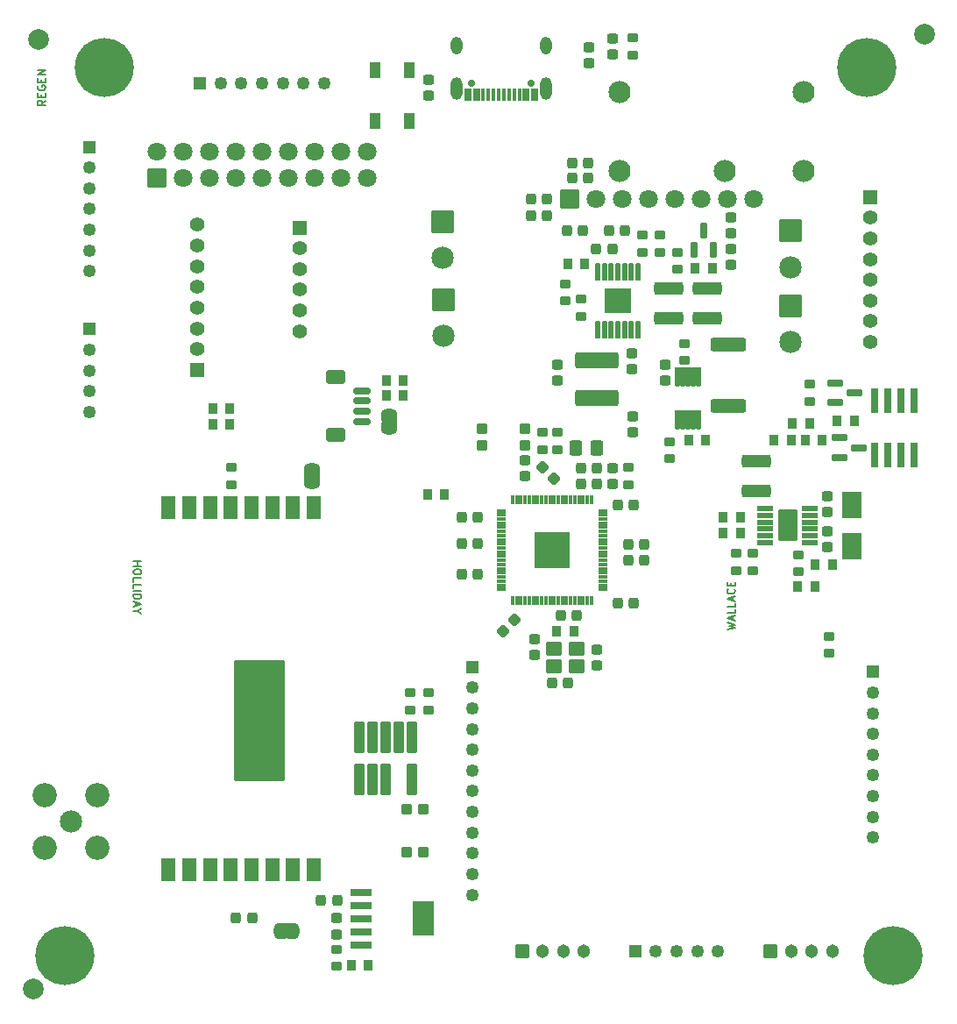
<source format=gts>
%TF.GenerationSoftware,KiCad,Pcbnew,9.0.1*%
%TF.CreationDate,2025-04-05T16:28:44-07:00*%
%TF.ProjectId,mainboard,6d61696e-626f-4617-9264-2e6b69636164,6.4*%
%TF.SameCoordinates,Original*%
%TF.FileFunction,Soldermask,Top*%
%TF.FilePolarity,Negative*%
%FSLAX45Y45*%
G04 Gerber Fmt 4.5, Leading zero omitted, Abs format (unit mm)*
G04 Created by KiCad (PCBNEW 9.0.1) date 2025-04-05 16:28:44*
%MOMM*%
%LPD*%
G01*
G04 APERTURE LIST*
G04 Aperture macros list*
%AMRoundRect*
0 Rectangle with rounded corners*
0 $1 Rounding radius*
0 $2 $3 $4 $5 $6 $7 $8 $9 X,Y pos of 4 corners*
0 Add a 4 corners polygon primitive as box body*
4,1,4,$2,$3,$4,$5,$6,$7,$8,$9,$2,$3,0*
0 Add four circle primitives for the rounded corners*
1,1,$1+$1,$2,$3*
1,1,$1+$1,$4,$5*
1,1,$1+$1,$6,$7*
1,1,$1+$1,$8,$9*
0 Add four rect primitives between the rounded corners*
20,1,$1+$1,$2,$3,$4,$5,0*
20,1,$1+$1,$4,$5,$6,$7,0*
20,1,$1+$1,$6,$7,$8,$9,0*
20,1,$1+$1,$8,$9,$2,$3,0*%
%AMFreePoly0*
4,1,39,0.535921,0.785921,0.550800,0.750000,0.550800,-0.750000,0.535921,-0.785921,0.500000,-0.800800,0.000000,-0.800800,-0.010328,-0.796522,-0.065263,-0.796522,-0.078411,-0.794791,-0.204490,-0.761009,-0.216742,-0.755934,-0.329781,-0.690671,-0.340302,-0.682598,-0.432598,-0.590302,-0.440671,-0.579781,-0.505934,-0.466742,-0.511009,-0.454490,-0.544791,-0.328411,-0.546522,-0.315263,-0.546522,-0.260327,
-0.550800,-0.250000,-0.550800,0.250000,-0.546522,0.260327,-0.546522,0.315263,-0.544791,0.328411,-0.511009,0.454490,-0.505934,0.466742,-0.440671,0.579781,-0.432598,0.590302,-0.340302,0.682598,-0.329781,0.690671,-0.216742,0.755934,-0.204490,0.761009,-0.078411,0.794791,-0.065263,0.796522,-0.010328,0.796522,0.000000,0.800800,0.500000,0.800800,0.535921,0.785921,0.535921,0.785921,
$1*%
%AMFreePoly1*
4,1,39,0.010328,0.796522,0.065263,0.796522,0.078411,0.794791,0.204490,0.761009,0.216742,0.755934,0.329781,0.690671,0.340302,0.682598,0.432598,0.590302,0.440671,0.579781,0.505934,0.466742,0.511009,0.454490,0.544791,0.328411,0.546522,0.315263,0.546522,0.260327,0.550800,0.250000,0.550800,-0.250000,0.546522,-0.260327,0.546522,-0.315263,0.544791,-0.328411,0.511009,-0.454490,
0.505934,-0.466742,0.440671,-0.579781,0.432598,-0.590302,0.340302,-0.682598,0.329781,-0.690671,0.216742,-0.755934,0.204490,-0.761009,0.078411,-0.794791,0.065263,-0.796522,0.010328,-0.796522,0.000000,-0.800800,-0.500000,-0.800800,-0.535921,-0.785921,-0.550800,-0.750000,-0.550800,0.750000,-0.535921,0.785921,-0.500000,0.800800,0.000000,0.800800,0.010328,0.796522,0.010328,0.796522,
$1*%
G04 Aperture macros list end*
%ADD10C,0.190500*%
%ADD11RoundRect,0.225400X-0.225400X-0.300400X0.225400X-0.300400X0.225400X0.300400X-0.225400X0.300400X0*%
%ADD12RoundRect,0.063500X-0.152400X0.800100X-0.152400X-0.800100X0.152400X-0.800100X0.152400X0.800100X0*%
%ADD13RoundRect,0.063500X-1.230000X1.155000X-1.230000X-1.155000X1.230000X-1.155000X1.230000X1.155000X0*%
%ADD14RoundRect,0.250400X-0.275400X0.250400X-0.275400X-0.250400X0.275400X-0.250400X0.275400X0.250400X0*%
%ADD15RoundRect,0.250400X0.275400X-0.250400X0.275400X0.250400X-0.275400X0.250400X-0.275400X-0.250400X0*%
%ADD16RoundRect,0.225400X0.225400X0.300400X-0.225400X0.300400X-0.225400X-0.300400X0.225400X-0.300400X0*%
%ADD17RoundRect,0.250400X0.250400X0.275400X-0.250400X0.275400X-0.250400X-0.275400X0.250400X-0.275400X0*%
%ADD18RoundRect,0.063500X-0.660400X0.279400X-0.660400X-0.279400X0.660400X-0.279400X0.660400X0.279400X0*%
%ADD19RoundRect,0.050800X0.304800X1.104900X-0.304800X1.104900X-0.304800X-1.104900X0.304800X-1.104900X0*%
%ADD20C,5.701600*%
%ADD21C,2.000000*%
%ADD22C,2.133600*%
%ADD23RoundRect,0.225400X-0.300400X0.225400X-0.300400X-0.225400X0.300400X-0.225400X0.300400X0.225400X0*%
%ADD24RoundRect,0.250400X-0.250400X-0.275400X0.250400X-0.275400X0.250400X0.275400X-0.250400X0.275400X0*%
%ADD25C,2.151600*%
%ADD26C,2.351600*%
%ADD27RoundRect,0.063500X-1.016000X1.016000X-1.016000X-1.016000X1.016000X-1.016000X1.016000X1.016000X0*%
%ADD28C,2.159000*%
%ADD29RoundRect,0.225400X0.300400X-0.225400X0.300400X0.225400X-0.300400X0.225400X-0.300400X-0.225400X0*%
%ADD30RoundRect,0.244150X0.281650X-0.244150X0.281650X0.244150X-0.281650X0.244150X-0.281650X-0.244150X0*%
%ADD31RoundRect,0.270735X-1.455065X0.392565X-1.455065X-0.392565X1.455065X-0.392565X1.455065X0.392565X0*%
%ADD32RoundRect,0.355555X-1.795245X0.445245X-1.795245X-0.445245X1.795245X-0.445245X1.795245X0.445245X0*%
%ADD33RoundRect,0.063500X-0.279400X-0.660400X0.279400X-0.660400X0.279400X0.660400X-0.279400X0.660400X0*%
%ADD34RoundRect,0.272087X1.128713X-0.353713X1.128713X0.353713X-1.128713X0.353713X-1.128713X-0.353713X0*%
%ADD35RoundRect,0.050800X-0.165100X0.889000X-0.165100X-0.889000X0.165100X-0.889000X0.165100X0.889000X0*%
%ADD36RoundRect,0.050800X1.000000X-0.325000X1.000000X0.325000X-1.000000X0.325000X-1.000000X-0.325000X0*%
%ADD37RoundRect,0.050800X-1.000000X-1.600000X1.000000X-1.600000X1.000000X1.600000X-1.000000X1.600000X0*%
%ADD38C,0.701600*%
%ADD39RoundRect,0.050800X0.300000X0.575000X-0.300000X0.575000X-0.300000X-0.575000X0.300000X-0.575000X0*%
%ADD40RoundRect,0.050800X0.150000X0.575000X-0.150000X0.575000X-0.150000X-0.575000X0.150000X-0.575000X0*%
%ADD41O,1.101600X2.201600*%
%ADD42O,1.101600X1.701600*%
%ADD43RoundRect,0.250400X-0.017678X0.371797X-0.371797X0.017678X0.017678X-0.371797X0.371797X-0.017678X0*%
%ADD44RoundRect,0.050800X-0.698500X-0.215900X0.698500X-0.215900X0.698500X0.215900X-0.698500X0.215900X0*%
%ADD45RoundRect,0.050800X-0.876300X-1.473200X0.876300X-1.473200X0.876300X1.473200X-0.876300X1.473200X0*%
%ADD46RoundRect,0.050800X-0.850000X1.250000X-0.850000X-1.250000X0.850000X-1.250000X0.850000X1.250000X0*%
%ADD47RoundRect,0.100160X-0.400640X0.700640X-0.400640X-0.700640X0.400640X-0.700640X0.400640X0.700640X0*%
%ADD48RoundRect,0.272087X-0.353713X-0.478713X0.353713X-0.478713X0.353713X0.478713X-0.353713X0.478713X0*%
%ADD49RoundRect,0.080400X0.360400X-0.080400X0.360400X0.080400X-0.360400X0.080400X-0.360400X-0.080400X0*%
%ADD50RoundRect,0.080400X-0.080400X-0.360400X0.080400X-0.360400X0.080400X0.360400X-0.080400X0.360400X0*%
%ADD51RoundRect,0.050800X-0.566666X-0.566666X0.566666X-0.566666X0.566666X0.566666X-0.566666X0.566666X0*%
%ADD52FreePoly0,270.000000*%
%ADD53FreePoly1,270.000000*%
%ADD54RoundRect,0.102000X-0.370000X-1.395000X0.370000X-1.395000X0.370000X1.395000X-0.370000X1.395000X0*%
%ADD55RoundRect,0.050800X-0.700000X-0.600000X0.700000X-0.600000X0.700000X0.600000X-0.700000X0.600000X0*%
%ADD56RoundRect,0.063500X-0.650000X1.000000X-0.650000X-1.000000X0.650000X-1.000000X0.650000X1.000000X0*%
%ADD57RoundRect,0.063500X-2.350000X5.750000X-2.350000X-5.750000X2.350000X-5.750000X2.350000X5.750000X0*%
%ADD58RoundRect,0.050800X0.450000X0.450000X-0.450000X0.450000X-0.450000X-0.450000X0.450000X-0.450000X0*%
%ADD59RoundRect,0.175400X0.650400X-0.175400X0.650400X0.175400X-0.650400X0.175400X-0.650400X-0.175400X0*%
%ADD60RoundRect,0.271166X0.679634X-0.379634X0.679634X0.379634X-0.679634X0.379634X-0.679634X-0.379634X0*%
%ADD61RoundRect,0.050800X0.575000X0.575000X-0.575000X0.575000X-0.575000X-0.575000X0.575000X-0.575000X0*%
%ADD62C,1.251600*%
%ADD63RoundRect,0.050800X0.575000X-0.575000X0.575000X0.575000X-0.575000X0.575000X-0.575000X-0.575000X0*%
%ADD64FreePoly0,90.000000*%
%ADD65FreePoly1,90.000000*%
%ADD66RoundRect,0.050800X0.654000X-0.654000X0.654000X0.654000X-0.654000X0.654000X-0.654000X-0.654000X0*%
%ADD67C,1.409600*%
%ADD68RoundRect,0.076200X-0.575000X-0.575000X0.575000X-0.575000X0.575000X0.575000X-0.575000X0.575000X0*%
%ADD69C,1.302400*%
%ADD70RoundRect,0.250400X0.371797X0.017678X0.017678X0.371797X-0.371797X-0.017678X-0.017678X-0.371797X0*%
%ADD71RoundRect,0.050800X-0.450000X0.450000X-0.450000X-0.450000X0.450000X-0.450000X0.450000X0.450000X0*%
%ADD72RoundRect,0.050800X-0.654000X0.654000X-0.654000X-0.654000X0.654000X-0.654000X0.654000X0.654000X0*%
%ADD73FreePoly0,180.000000*%
%ADD74FreePoly1,180.000000*%
%ADD75RoundRect,0.272087X-1.128713X0.353713X-1.128713X-0.353713X1.128713X-0.353713X1.128713X0.353713X0*%
%ADD76RoundRect,0.050800X-0.850000X0.850000X-0.850000X-0.850000X0.850000X-0.850000X0.850000X0.850000X0*%
%ADD77C,1.801600*%
G04 APERTURE END LIST*
D10*
X11002039Y-10524671D02*
X11078239Y-10524671D01*
X11041953Y-10524671D02*
X11041953Y-10568214D01*
X11002039Y-10568214D02*
X11078239Y-10568214D01*
X11078239Y-10619014D02*
X11078239Y-10633529D01*
X11078239Y-10633529D02*
X11074610Y-10640786D01*
X11074610Y-10640786D02*
X11067353Y-10648043D01*
X11067353Y-10648043D02*
X11052839Y-10651671D01*
X11052839Y-10651671D02*
X11027439Y-10651671D01*
X11027439Y-10651671D02*
X11012925Y-10648043D01*
X11012925Y-10648043D02*
X11005668Y-10640786D01*
X11005668Y-10640786D02*
X11002039Y-10633529D01*
X11002039Y-10633529D02*
X11002039Y-10619014D01*
X11002039Y-10619014D02*
X11005668Y-10611757D01*
X11005668Y-10611757D02*
X11012925Y-10604500D01*
X11012925Y-10604500D02*
X11027439Y-10600871D01*
X11027439Y-10600871D02*
X11052839Y-10600871D01*
X11052839Y-10600871D02*
X11067353Y-10604500D01*
X11067353Y-10604500D02*
X11074610Y-10611757D01*
X11074610Y-10611757D02*
X11078239Y-10619014D01*
X11002039Y-10720614D02*
X11002039Y-10684329D01*
X11002039Y-10684329D02*
X11078239Y-10684329D01*
X11002039Y-10782300D02*
X11002039Y-10746014D01*
X11002039Y-10746014D02*
X11078239Y-10746014D01*
X11002039Y-10807700D02*
X11078239Y-10807700D01*
X11002039Y-10843986D02*
X11078239Y-10843986D01*
X11078239Y-10843986D02*
X11078239Y-10862129D01*
X11078239Y-10862129D02*
X11074610Y-10873014D01*
X11074610Y-10873014D02*
X11067353Y-10880271D01*
X11067353Y-10880271D02*
X11060096Y-10883900D01*
X11060096Y-10883900D02*
X11045582Y-10887529D01*
X11045582Y-10887529D02*
X11034696Y-10887529D01*
X11034696Y-10887529D02*
X11020182Y-10883900D01*
X11020182Y-10883900D02*
X11012925Y-10880271D01*
X11012925Y-10880271D02*
X11005668Y-10873014D01*
X11005668Y-10873014D02*
X11002039Y-10862129D01*
X11002039Y-10862129D02*
X11002039Y-10843986D01*
X11023810Y-10916557D02*
X11023810Y-10952843D01*
X11002039Y-10909300D02*
X11078239Y-10934700D01*
X11078239Y-10934700D02*
X11002039Y-10960100D01*
X11038325Y-11000014D02*
X11002039Y-11000014D01*
X11078239Y-10974614D02*
X11038325Y-11000014D01*
X11038325Y-11000014D02*
X11078239Y-11025414D01*
X10152261Y-6072371D02*
X10115975Y-6097771D01*
X10152261Y-6115914D02*
X10076061Y-6115914D01*
X10076061Y-6115914D02*
X10076061Y-6086886D01*
X10076061Y-6086886D02*
X10079690Y-6079629D01*
X10079690Y-6079629D02*
X10083318Y-6076000D01*
X10083318Y-6076000D02*
X10090575Y-6072371D01*
X10090575Y-6072371D02*
X10101461Y-6072371D01*
X10101461Y-6072371D02*
X10108718Y-6076000D01*
X10108718Y-6076000D02*
X10112347Y-6079629D01*
X10112347Y-6079629D02*
X10115975Y-6086886D01*
X10115975Y-6086886D02*
X10115975Y-6115914D01*
X10112347Y-6039714D02*
X10112347Y-6014314D01*
X10152261Y-6003429D02*
X10152261Y-6039714D01*
X10152261Y-6039714D02*
X10076061Y-6039714D01*
X10076061Y-6039714D02*
X10076061Y-6003429D01*
X10079690Y-5930857D02*
X10076061Y-5938114D01*
X10076061Y-5938114D02*
X10076061Y-5949000D01*
X10076061Y-5949000D02*
X10079690Y-5959886D01*
X10079690Y-5959886D02*
X10086947Y-5967143D01*
X10086947Y-5967143D02*
X10094204Y-5970771D01*
X10094204Y-5970771D02*
X10108718Y-5974400D01*
X10108718Y-5974400D02*
X10119604Y-5974400D01*
X10119604Y-5974400D02*
X10134118Y-5970771D01*
X10134118Y-5970771D02*
X10141375Y-5967143D01*
X10141375Y-5967143D02*
X10148632Y-5959886D01*
X10148632Y-5959886D02*
X10152261Y-5949000D01*
X10152261Y-5949000D02*
X10152261Y-5941743D01*
X10152261Y-5941743D02*
X10148632Y-5930857D01*
X10148632Y-5930857D02*
X10145004Y-5927228D01*
X10145004Y-5927228D02*
X10119604Y-5927228D01*
X10119604Y-5927228D02*
X10119604Y-5941743D01*
X10112347Y-5894571D02*
X10112347Y-5869171D01*
X10152261Y-5858286D02*
X10152261Y-5894571D01*
X10152261Y-5894571D02*
X10076061Y-5894571D01*
X10076061Y-5894571D02*
X10076061Y-5858286D01*
X10152261Y-5825628D02*
X10076061Y-5825628D01*
X10076061Y-5825628D02*
X10152261Y-5782086D01*
X10152261Y-5782086D02*
X10076061Y-5782086D01*
X16738061Y-11182229D02*
X16814261Y-11164086D01*
X16814261Y-11164086D02*
X16759832Y-11149571D01*
X16759832Y-11149571D02*
X16814261Y-11135057D01*
X16814261Y-11135057D02*
X16738061Y-11116914D01*
X16792490Y-11091514D02*
X16792490Y-11055229D01*
X16814261Y-11098771D02*
X16738061Y-11073371D01*
X16738061Y-11073371D02*
X16814261Y-11047971D01*
X16814261Y-10986286D02*
X16814261Y-11022571D01*
X16814261Y-11022571D02*
X16738061Y-11022571D01*
X16814261Y-10924600D02*
X16814261Y-10960886D01*
X16814261Y-10960886D02*
X16738061Y-10960886D01*
X16792490Y-10902829D02*
X16792490Y-10866543D01*
X16814261Y-10910086D02*
X16738061Y-10884686D01*
X16738061Y-10884686D02*
X16814261Y-10859286D01*
X16807004Y-10790343D02*
X16810632Y-10793971D01*
X16810632Y-10793971D02*
X16814261Y-10804857D01*
X16814261Y-10804857D02*
X16814261Y-10812114D01*
X16814261Y-10812114D02*
X16810632Y-10823000D01*
X16810632Y-10823000D02*
X16803375Y-10830257D01*
X16803375Y-10830257D02*
X16796118Y-10833886D01*
X16796118Y-10833886D02*
X16781604Y-10837514D01*
X16781604Y-10837514D02*
X16770718Y-10837514D01*
X16770718Y-10837514D02*
X16756204Y-10833886D01*
X16756204Y-10833886D02*
X16748947Y-10830257D01*
X16748947Y-10830257D02*
X16741689Y-10823000D01*
X16741689Y-10823000D02*
X16738061Y-10812114D01*
X16738061Y-10812114D02*
X16738061Y-10804857D01*
X16738061Y-10804857D02*
X16741689Y-10793971D01*
X16741689Y-10793971D02*
X16745318Y-10790343D01*
X16774347Y-10757686D02*
X16774347Y-10732286D01*
X16814261Y-10721400D02*
X16814261Y-10757686D01*
X16814261Y-10757686D02*
X16738061Y-10757686D01*
X16738061Y-10757686D02*
X16738061Y-10721400D01*
%TO.C,JP5*%
G36*
X13550000Y-9160000D02*
G01*
X13400000Y-9160000D01*
X13400000Y-9190000D01*
X13550000Y-9190000D01*
X13550000Y-9160000D01*
G37*
%TO.C,JP4*%
G36*
X12650000Y-9715000D02*
G01*
X12800000Y-9715000D01*
X12800000Y-9685000D01*
X12650000Y-9685000D01*
X12650000Y-9715000D01*
G37*
%TO.C,JP6*%
G36*
X12495000Y-14165000D02*
G01*
X12465000Y-14165000D01*
X12465000Y-14015000D01*
X12495000Y-14015000D01*
X12495000Y-14165000D01*
G37*
%TD*%
D11*
%TO.C,R38*%
X17799100Y-9169400D03*
X17964100Y-9169400D03*
%TD*%
D12*
%TO.C,U5*%
X15876613Y-7728950D03*
X15811612Y-7728950D03*
X15746611Y-7728950D03*
X15681610Y-7728950D03*
X15616609Y-7728950D03*
X15551608Y-7728950D03*
X15486607Y-7728950D03*
X15486607Y-8282670D03*
X15551608Y-8282670D03*
X15616609Y-8282670D03*
X15681610Y-8282670D03*
X15746611Y-8282670D03*
X15811612Y-8282670D03*
X15876613Y-8282670D03*
D13*
X15681610Y-8005810D03*
%TD*%
D14*
%TO.C,C18*%
X15100000Y-8622500D03*
X15100000Y-8777500D03*
%TD*%
D15*
%TO.C,C17*%
X15825000Y-9277500D03*
X15825000Y-9122500D03*
%TD*%
%TO.C,C21*%
X15817850Y-8669050D03*
X15817850Y-8514050D03*
%TD*%
D16*
%TO.C,R15*%
X15360600Y-7651750D03*
X15195600Y-7651750D03*
%TD*%
D17*
%TO.C,C26*%
X15628650Y-7505700D03*
X15473650Y-7505700D03*
%TD*%
D18*
%TO.C,Q5*%
X17778380Y-8799560D03*
X17778380Y-8990060D03*
X17966340Y-8894810D03*
%TD*%
D11*
%TO.C,R25*%
X16427500Y-7696200D03*
X16592500Y-7696200D03*
%TD*%
D19*
%TO.C,Q21*%
X18542000Y-8971280D03*
X18415000Y-8971280D03*
X18288000Y-8971280D03*
X18161000Y-8971280D03*
X18161000Y-9494520D03*
X18288000Y-9494520D03*
X18415000Y-9494520D03*
X18542000Y-9494520D03*
%TD*%
D20*
%TO.C,H1*%
X10723610Y-5756410D03*
%TD*%
%TO.C,H2*%
X10342610Y-14329410D03*
%TD*%
%TO.C,H3*%
X18342610Y-14329410D03*
%TD*%
%TO.C,H4*%
X18089610Y-5756410D03*
%TD*%
D21*
%TO.C,REF1T*%
X10033000Y-14655800D03*
%TD*%
D22*
%TO.C,U16*%
X15700000Y-6750000D03*
X15700000Y-5988000D03*
X16716000Y-6750000D03*
X17478000Y-5988000D03*
X17478000Y-6750000D03*
%TD*%
D15*
%TO.C,C29*%
X15405100Y-5714300D03*
X15405100Y-5559300D03*
%TD*%
D23*
%TO.C,R31*%
X15825470Y-5467400D03*
X15825470Y-5632400D03*
%TD*%
D17*
%TO.C,C34*%
X15393700Y-6677660D03*
X15238700Y-6677660D03*
%TD*%
D24*
%TO.C,C38*%
X14845000Y-7181850D03*
X15000000Y-7181850D03*
%TD*%
D23*
%TO.C,R13*%
X15919450Y-7372400D03*
X15919450Y-7537400D03*
%TD*%
D24*
%TO.C,C39*%
X15187900Y-7327900D03*
X15342900Y-7327900D03*
%TD*%
D25*
%TO.C,J7*%
X10394950Y-13036550D03*
D26*
X10648950Y-12782550D03*
X10140950Y-12782550D03*
X10648950Y-13290550D03*
X10140950Y-13290550D03*
%TD*%
D23*
%TO.C,R5*%
X11950000Y-9617500D03*
X11950000Y-9782500D03*
%TD*%
D17*
%TO.C,C27*%
X15749300Y-7327900D03*
X15594300Y-7327900D03*
%TD*%
D24*
%TO.C,C37*%
X14841200Y-7023100D03*
X14996200Y-7023100D03*
%TD*%
D23*
%TO.C,R29*%
X15175000Y-7842500D03*
X15175000Y-8007500D03*
%TD*%
D27*
%TO.C,J16*%
X17353280Y-8057220D03*
D28*
X17353280Y-8407220D03*
%TD*%
D29*
%TO.C,R14*%
X16090900Y-7537400D03*
X16090900Y-7372400D03*
%TD*%
D30*
%TO.C,D5*%
X15629350Y-5628650D03*
X15629350Y-5471150D03*
%TD*%
D31*
%TO.C,R8*%
X16750000Y-8431250D03*
X16750000Y-9023750D03*
%TD*%
D32*
%TO.C,L2*%
X15481300Y-8583000D03*
X15481300Y-8943000D03*
%TD*%
D33*
%TO.C,Q6*%
X16414750Y-7517130D03*
X16605250Y-7517130D03*
X16510000Y-7329170D03*
%TD*%
D27*
%TO.C,J18*%
X13995400Y-7995920D03*
D28*
X13995400Y-8345920D03*
%TD*%
D16*
%TO.C,R28*%
X17532300Y-9194800D03*
X17367300Y-9194800D03*
%TD*%
D23*
%TO.C,R33*%
X17538700Y-8812310D03*
X17538700Y-8977310D03*
%TD*%
D34*
%TO.C,C19*%
X16176910Y-8178710D03*
X16176910Y-7883710D03*
%TD*%
%TO.C,C20*%
X16548100Y-8178710D03*
X16548100Y-7883710D03*
%TD*%
D14*
%TO.C,C24*%
X16776700Y-7199600D03*
X16776700Y-7354600D03*
%TD*%
D23*
%TO.C,R26*%
X16325000Y-8417500D03*
X16325000Y-8582500D03*
%TD*%
D35*
%TO.C,U4*%
X16457600Y-8745530D03*
X16407600Y-8745530D03*
X16357600Y-8745530D03*
X16307600Y-8745530D03*
X16257600Y-8745530D03*
X16257600Y-9154470D03*
X16307600Y-9154470D03*
X16357600Y-9154470D03*
X16407600Y-9154470D03*
X16457600Y-9154470D03*
%TD*%
D23*
%TO.C,R55*%
X12964994Y-14270595D03*
X12964994Y-14435595D03*
%TD*%
D15*
%TO.C,C31*%
X16776700Y-7659400D03*
X16776700Y-7504400D03*
%TD*%
D36*
%TO.C,U21*%
X13198394Y-13718095D03*
X13198394Y-13845095D03*
X13198394Y-13972095D03*
X13198394Y-14099095D03*
X13198394Y-14226095D03*
D37*
X13798394Y-13972095D03*
%TD*%
D24*
%TO.C,C44*%
X11992580Y-13967460D03*
X12147580Y-13967460D03*
%TD*%
D11*
%TO.C,R59*%
X13105894Y-14425895D03*
X13270894Y-14425895D03*
%TD*%
D14*
%TO.C,C43*%
X12964994Y-13970795D03*
X12964994Y-14125795D03*
%TD*%
D24*
%TO.C,C36*%
X15238700Y-6825000D03*
X15393700Y-6825000D03*
%TD*%
D15*
%TO.C,C32*%
X16135000Y-8777500D03*
X16135000Y-8622500D03*
%TD*%
D38*
%TO.C,J13*%
X14843700Y-5905300D03*
X14266700Y-5905300D03*
D39*
X14875200Y-6012800D03*
X14795200Y-6012800D03*
D40*
X14680200Y-6012800D03*
X14580200Y-6012800D03*
X14530200Y-6012800D03*
X14430200Y-6012800D03*
D39*
X14315200Y-6012800D03*
X14235200Y-6012800D03*
D40*
X14380200Y-6012800D03*
X14480200Y-6012800D03*
X14630200Y-6012800D03*
X14730200Y-6012800D03*
D41*
X14987200Y-5955300D03*
D42*
X14987200Y-5541300D03*
D41*
X14123200Y-5955300D03*
D42*
X14123200Y-5541300D03*
%TD*%
D27*
%TO.C,J8*%
X13990320Y-7244080D03*
D28*
X13990320Y-7594080D03*
%TD*%
D27*
%TO.C,J9*%
X17353280Y-7330780D03*
D28*
X17353280Y-7680780D03*
%TD*%
D16*
%TO.C,R17*%
X17753280Y-10556748D03*
X17588280Y-10556748D03*
%TD*%
D29*
%TO.C,R72*%
X16180000Y-9532500D03*
X16180000Y-9367500D03*
%TD*%
D43*
%TO.C,C46*%
X14684801Y-11085199D03*
X14575199Y-11194801D03*
%TD*%
D24*
%TO.C,C28*%
X15782500Y-10510000D03*
X15937500Y-10510000D03*
%TD*%
D23*
%TO.C,R12*%
X16822420Y-10448848D03*
X16822420Y-10613848D03*
%TD*%
D24*
%TO.C,C1*%
X15047500Y-11700000D03*
X15202500Y-11700000D03*
%TD*%
D16*
%TO.C,R44*%
X13607500Y-8925000D03*
X13442500Y-8925000D03*
%TD*%
D21*
%TO.C,REF3T*%
X18643600Y-5435600D03*
%TD*%
D17*
%TO.C,C15*%
X14327500Y-10350000D03*
X14172500Y-10350000D03*
%TD*%
D29*
%TO.C,R66*%
X14950000Y-9442500D03*
X14950000Y-9277500D03*
%TD*%
D23*
%TO.C,R61*%
X17720000Y-11247500D03*
X17720000Y-11412500D03*
%TD*%
D44*
%TO.C,U6*%
X17101820Y-10015220D03*
X17101820Y-10080244D03*
X17101820Y-10145268D03*
X17101820Y-10210292D03*
X17101820Y-10275316D03*
X17101820Y-10340340D03*
X17538700Y-10340340D03*
X17538700Y-10275316D03*
X17538700Y-10210292D03*
X17538700Y-10145268D03*
X17538700Y-10080244D03*
X17538700Y-10015220D03*
D45*
X17320260Y-10177780D03*
%TD*%
D14*
%TO.C,C45*%
X14875000Y-11272500D03*
X14875000Y-11427500D03*
%TD*%
D16*
%TO.C,R50*%
X14007500Y-9875000D03*
X13842500Y-9875000D03*
%TD*%
D17*
%TO.C,C49*%
X14327500Y-10100000D03*
X14172500Y-10100000D03*
%TD*%
D24*
%TO.C,C10*%
X15322500Y-9625000D03*
X15477500Y-9625000D03*
%TD*%
D17*
%TO.C,C50*%
X14327500Y-10650000D03*
X14172500Y-10650000D03*
%TD*%
D24*
%TO.C,C40*%
X15682500Y-10930000D03*
X15837500Y-10930000D03*
%TD*%
D46*
%TO.C,D2*%
X17945100Y-9975900D03*
X17945100Y-10375900D03*
%TD*%
D24*
%TO.C,C14*%
X15132500Y-11050000D03*
X15287500Y-11050000D03*
%TD*%
D29*
%TO.C,R6*%
X16256000Y-7702500D03*
X16256000Y-7537500D03*
%TD*%
D15*
%TO.C,C12*%
X15630000Y-9777500D03*
X15630000Y-9622500D03*
%TD*%
D47*
%TO.C,D1*%
X13665000Y-5780000D03*
X13335000Y-5780000D03*
X13335000Y-6270000D03*
X13665000Y-6270000D03*
%TD*%
D24*
%TO.C,C9*%
X12813394Y-13800895D03*
X12968394Y-13800895D03*
%TD*%
D48*
%TO.C,L1*%
X15272500Y-9429750D03*
X15477500Y-9429750D03*
%TD*%
D15*
%TO.C,C23*%
X17706340Y-10050048D03*
X17706340Y-9895048D03*
%TD*%
D23*
%TO.C,R11*%
X16984980Y-10448848D03*
X16984980Y-10613848D03*
%TD*%
D49*
%TO.C,U2*%
X14556350Y-10034333D03*
X14556350Y-10074333D03*
X14556350Y-10114333D03*
X14556350Y-10154333D03*
X14556350Y-10194333D03*
X14556350Y-10234333D03*
X14556350Y-10274333D03*
X14556350Y-10314333D03*
X14556350Y-10354333D03*
X14556350Y-10394333D03*
X14556350Y-10434333D03*
X14556350Y-10474333D03*
X14556350Y-10514333D03*
X14556350Y-10554333D03*
X14556350Y-10594333D03*
X14556350Y-10634333D03*
X14556350Y-10674333D03*
X14556350Y-10714333D03*
X14556350Y-10754333D03*
X14556350Y-10794333D03*
D50*
X14666000Y-10903983D03*
X14706000Y-10903983D03*
X14746000Y-10903983D03*
X14786000Y-10903983D03*
X14826000Y-10903983D03*
X14866000Y-10903983D03*
X14906000Y-10903983D03*
X14946000Y-10903983D03*
X14986000Y-10903983D03*
X15026000Y-10903983D03*
X15066000Y-10903983D03*
X15106000Y-10903983D03*
X15146000Y-10903983D03*
X15186000Y-10903983D03*
X15226000Y-10903983D03*
X15266000Y-10903983D03*
X15306000Y-10903983D03*
X15346000Y-10903983D03*
X15386000Y-10903983D03*
X15426000Y-10903983D03*
D49*
X15535650Y-10794333D03*
X15535650Y-10754333D03*
X15535650Y-10714333D03*
X15535650Y-10674333D03*
X15535650Y-10634333D03*
X15535650Y-10594333D03*
X15535650Y-10554333D03*
X15535650Y-10514333D03*
X15535650Y-10474333D03*
X15535650Y-10434333D03*
X15535650Y-10394333D03*
X15535650Y-10354333D03*
X15535650Y-10314333D03*
X15535650Y-10274333D03*
X15535650Y-10234333D03*
X15535650Y-10194333D03*
X15535650Y-10154333D03*
X15535650Y-10114333D03*
X15535650Y-10074333D03*
X15535650Y-10034333D03*
D50*
X15426000Y-9924683D03*
X15386000Y-9924683D03*
X15346000Y-9924683D03*
X15306000Y-9924683D03*
X15266000Y-9924683D03*
X15226000Y-9924683D03*
X15186000Y-9924683D03*
X15146000Y-9924683D03*
X15106000Y-9924683D03*
X15066000Y-9924683D03*
X15026000Y-9924683D03*
X14986000Y-9924683D03*
X14946000Y-9924683D03*
X14906000Y-9924683D03*
X14866000Y-9924683D03*
X14826000Y-9924683D03*
X14786000Y-9924683D03*
X14746000Y-9924683D03*
X14706000Y-9924683D03*
X14666000Y-9924683D03*
D38*
X14932667Y-10301000D03*
D51*
X14932667Y-10301000D03*
D38*
X14932667Y-10414333D03*
D51*
X14932667Y-10414333D03*
D38*
X14932667Y-10527667D03*
D51*
X14932667Y-10527667D03*
D38*
X15046000Y-10301000D03*
D51*
X15046000Y-10301000D03*
D38*
X15046000Y-10414333D03*
D51*
X15046000Y-10414333D03*
D38*
X15046000Y-10527667D03*
D51*
X15046000Y-10527667D03*
D38*
X15159333Y-10301000D03*
D51*
X15159333Y-10301000D03*
D38*
X15159333Y-10414333D03*
D51*
X15159333Y-10414333D03*
D38*
X15159333Y-10527667D03*
D51*
X15159333Y-10527667D03*
%TD*%
D52*
%TO.C,JP5*%
X13475000Y-9110000D03*
D53*
X13475000Y-9240000D03*
%TD*%
D54*
%TO.C,J2*%
X13182500Y-12628000D03*
X13182500Y-12221000D03*
X13309500Y-12628000D03*
X13309500Y-12221000D03*
X13436500Y-12628000D03*
X13436500Y-12221000D03*
X13563500Y-12221000D03*
X13690500Y-12628000D03*
X13690500Y-12221000D03*
%TD*%
D55*
%TO.C,Y1*%
X15065000Y-11535000D03*
X15285000Y-11535000D03*
X15285000Y-11365000D03*
X15065000Y-11365000D03*
%TD*%
D56*
%TO.C,U23*%
X11342000Y-13505000D03*
X11542000Y-13505000D03*
X11742000Y-13505000D03*
X11942000Y-13505000D03*
X12142000Y-13505000D03*
X12342000Y-13505000D03*
X12542000Y-13505000D03*
X12742000Y-13505000D03*
X12742000Y-10005000D03*
X12542000Y-10005000D03*
X12342000Y-10005000D03*
X12142000Y-10005000D03*
X11942000Y-10005000D03*
X11742000Y-10005000D03*
X11542000Y-10005000D03*
X11342000Y-10005000D03*
D57*
X12217000Y-12060000D03*
%TD*%
D58*
%TO.C,SW2*%
X14370000Y-9405000D03*
X14780000Y-9405000D03*
X14370000Y-9245000D03*
X14780000Y-9245000D03*
%TD*%
D16*
%TO.C,R58*%
X17657500Y-9350000D03*
X17492500Y-9350000D03*
%TD*%
D59*
%TO.C,J22*%
X13207500Y-9175000D03*
X13207500Y-9075000D03*
X13207500Y-8975000D03*
X13207500Y-8875000D03*
D60*
X12955000Y-9305000D03*
X12955000Y-8745000D03*
%TD*%
D16*
%TO.C,R45*%
X13607500Y-8775000D03*
X13442500Y-8775000D03*
%TD*%
%TO.C,R57*%
X17357500Y-9350000D03*
X17192500Y-9350000D03*
%TD*%
D61*
%TO.C,J12*%
X15848400Y-14292000D03*
D62*
X16048400Y-14292000D03*
X16248400Y-14292000D03*
X16448400Y-14292000D03*
X16648400Y-14292000D03*
%TD*%
D21*
%TO.C,REF2T*%
X10083800Y-5486400D03*
%TD*%
D11*
%TO.C,R18*%
X17418100Y-10769600D03*
X17583100Y-10769600D03*
%TD*%
D29*
%TO.C,R3*%
X13850000Y-11957500D03*
X13850000Y-11792500D03*
%TD*%
D63*
%TO.C,J15*%
X10580000Y-8280000D03*
D62*
X10580000Y-8480000D03*
X10580000Y-8680000D03*
X10580000Y-8880000D03*
X10580000Y-9080000D03*
%TD*%
D11*
%TO.C,R9*%
X16701500Y-10095000D03*
X16866500Y-10095000D03*
%TD*%
D64*
%TO.C,JP4*%
X12725000Y-9765000D03*
D65*
X12725000Y-9635000D03*
%TD*%
D11*
%TO.C,R46*%
X11767500Y-9050000D03*
X11932500Y-9050000D03*
%TD*%
D16*
%TO.C,R10*%
X16866500Y-10249000D03*
X16701500Y-10249000D03*
%TD*%
D66*
%TO.C,J3*%
X18120000Y-7005000D03*
D67*
X18120000Y-7205000D03*
X18120000Y-7405000D03*
X18120000Y-7605000D03*
X18120000Y-7805000D03*
X18120000Y-8005000D03*
X18120000Y-8205000D03*
X18120000Y-8405000D03*
%TD*%
D63*
%TO.C,J5*%
X14272000Y-11543000D03*
D62*
X14272000Y-11743000D03*
X14272000Y-11943000D03*
X14272000Y-12143000D03*
X14272000Y-12343000D03*
X14272000Y-12543000D03*
X14272000Y-12743000D03*
X14272000Y-12943000D03*
X14272000Y-13143000D03*
X14272000Y-13343000D03*
X14272000Y-13543000D03*
X14272000Y-13743000D03*
%TD*%
D29*
%TO.C,R82*%
X15325000Y-8157500D03*
X15325000Y-7992500D03*
%TD*%
D68*
%TO.C,J10*%
X14755000Y-14292000D03*
D69*
X14955000Y-14292000D03*
X15155000Y-14292000D03*
X15355000Y-14292000D03*
%TD*%
D15*
%TO.C,C48*%
X14780000Y-9702500D03*
X14780000Y-9547500D03*
%TD*%
%TO.C,C25*%
X17706340Y-10385328D03*
X17706340Y-10230328D03*
%TD*%
D66*
%TO.C,J19*%
X12610000Y-7300000D03*
D67*
X12610000Y-7500000D03*
X12610000Y-7700000D03*
X12610000Y-7900000D03*
X12610000Y-8100000D03*
X12610000Y-8300000D03*
%TD*%
D16*
%TO.C,R71*%
X16532500Y-9350000D03*
X16367500Y-9350000D03*
%TD*%
D24*
%TO.C,C13*%
X15782500Y-10360000D03*
X15937500Y-10360000D03*
%TD*%
D14*
%TO.C,C5*%
X13850000Y-5872500D03*
X13850000Y-6027500D03*
%TD*%
D70*
%TO.C,C47*%
X15064801Y-9724801D03*
X14955199Y-9615199D03*
%TD*%
D71*
%TO.C,SW1*%
X13805000Y-13330000D03*
X13805000Y-12920000D03*
X13645000Y-13330000D03*
X13645000Y-12920000D03*
%TD*%
D14*
%TO.C,C2*%
X15475000Y-11372500D03*
X15475000Y-11527500D03*
%TD*%
D11*
%TO.C,R27*%
X11767500Y-9200000D03*
X11932500Y-9200000D03*
%TD*%
D29*
%TO.C,R67*%
X15100000Y-9442500D03*
X15100000Y-9277500D03*
%TD*%
D24*
%TO.C,C16*%
X15682500Y-9980000D03*
X15837500Y-9980000D03*
%TD*%
D72*
%TO.C,J4*%
X11620500Y-8674000D03*
D67*
X11620500Y-8474000D03*
X11620500Y-8274000D03*
X11620500Y-8074000D03*
X11620500Y-7874000D03*
X11620500Y-7674000D03*
X11620500Y-7474000D03*
X11620500Y-7274000D03*
%TD*%
D63*
%TO.C,J20*%
X10575000Y-6521400D03*
D62*
X10575000Y-6721400D03*
X10575000Y-6921400D03*
X10575000Y-7121400D03*
X10575000Y-7321400D03*
X10575000Y-7521400D03*
X10575000Y-7721400D03*
%TD*%
D73*
%TO.C,JP6*%
X12545000Y-14090000D03*
D74*
X12415000Y-14090000D03*
%TD*%
D75*
%TO.C,C22*%
X17020000Y-9552500D03*
X17020000Y-9847500D03*
%TD*%
D68*
%TO.C,J17*%
X17155000Y-14292000D03*
D69*
X17355000Y-14292000D03*
X17555000Y-14292000D03*
X17755000Y-14292000D03*
%TD*%
D16*
%TO.C,R20*%
X15257500Y-11200000D03*
X15092500Y-11200000D03*
%TD*%
D23*
%TO.C,R65*%
X15780000Y-9617500D03*
X15780000Y-9782500D03*
%TD*%
D61*
%TO.C,J21*%
X11645000Y-5905000D03*
D62*
X11845000Y-5905000D03*
X12045000Y-5905000D03*
X12245000Y-5905000D03*
X12445000Y-5905000D03*
X12645000Y-5905000D03*
X12845000Y-5905000D03*
%TD*%
D63*
%TO.C,J6*%
X18149100Y-11590000D03*
D62*
X18149100Y-11790000D03*
X18149100Y-11990000D03*
X18149100Y-12190000D03*
X18149100Y-12390000D03*
X18149100Y-12590000D03*
X18149100Y-12790000D03*
X18149100Y-12990000D03*
X18149100Y-13190000D03*
%TD*%
D23*
%TO.C,R16*%
X17424400Y-10458500D03*
X17424400Y-10623500D03*
%TD*%
D18*
%TO.C,Q9*%
X17824670Y-9329750D03*
X17824670Y-9520250D03*
X18012630Y-9425000D03*
%TD*%
D29*
%TO.C,R23*%
X13675000Y-11957500D03*
X13675000Y-11792500D03*
%TD*%
D24*
%TO.C,C11*%
X15322500Y-9775000D03*
X15477500Y-9775000D03*
%TD*%
D76*
%TO.C,J14*%
X15214600Y-7023100D03*
D77*
X15468600Y-7023100D03*
X15722600Y-7023100D03*
X15976600Y-7023100D03*
X16230600Y-7023100D03*
X16484600Y-7023100D03*
X16738600Y-7023100D03*
X16992600Y-7023100D03*
%TD*%
D76*
%TO.C,J11*%
X11228000Y-6824000D03*
D77*
X11228000Y-6570000D03*
X11482000Y-6824000D03*
X11482000Y-6570000D03*
X11736000Y-6824000D03*
X11736000Y-6570000D03*
X11990000Y-6824000D03*
X11990000Y-6570000D03*
X12244000Y-6824000D03*
X12244000Y-6570000D03*
X12498000Y-6824000D03*
X12498000Y-6570000D03*
X12752000Y-6824000D03*
X12752000Y-6570000D03*
X13006000Y-6824000D03*
X13006000Y-6570000D03*
X13260000Y-6824000D03*
X13260000Y-6570000D03*
%TD*%
M02*

</source>
